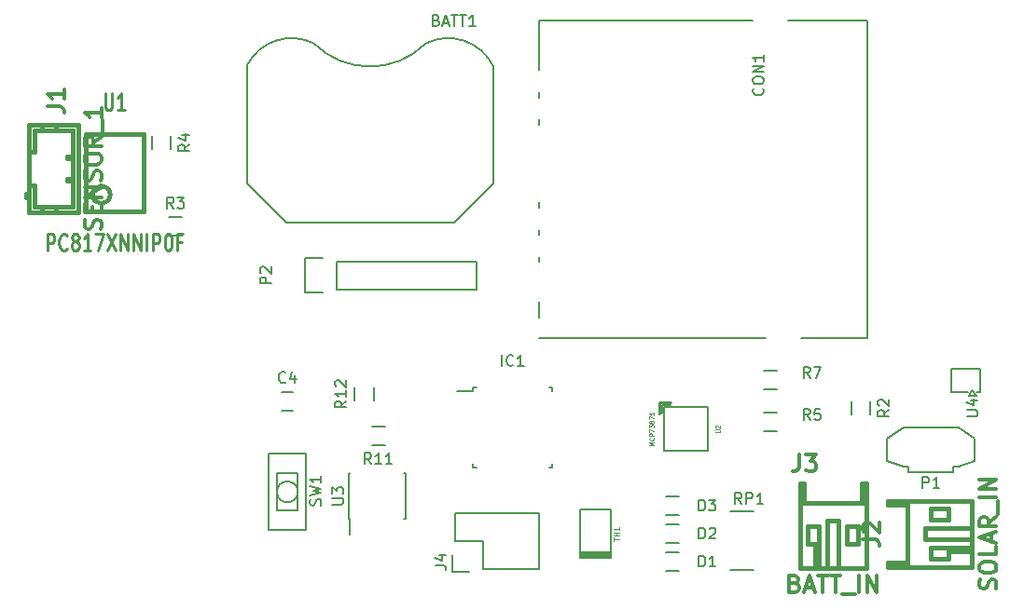
<source format=gto>
G04 #@! TF.FileFunction,Legend,Top*
%FSLAX46Y46*%
G04 Gerber Fmt 4.6, Leading zero omitted, Abs format (unit mm)*
G04 Created by KiCad (PCBNEW (2015-08-05 BZR 6055, Git fa29c62)-product) date 8/14/2015 8:31:27 AM*
%MOMM*%
G01*
G04 APERTURE LIST*
%ADD10C,0.100000*%
%ADD11C,0.150000*%
%ADD12C,0.381000*%
%ADD13C,0.127000*%
%ADD14C,0.304800*%
%ADD15C,0.119380*%
%ADD16C,0.285750*%
%ADD17C,0.287020*%
%ADD18C,0.078740*%
G04 APERTURE END LIST*
D10*
D11*
X114165000Y-90590000D02*
X113165000Y-90590000D01*
X113165000Y-92290000D02*
X114165000Y-92290000D01*
X136525000Y-63855000D02*
X136525000Y-63355000D01*
X136525000Y-66355000D02*
X136525000Y-65855000D01*
X136525000Y-73855000D02*
X136525000Y-73355000D01*
X136525000Y-76355000D02*
X136525000Y-75855000D01*
X136525000Y-78755000D02*
X136525000Y-78355000D01*
X136525000Y-83855000D02*
X136525000Y-82455000D01*
X157125000Y-85755000D02*
X136525000Y-85755000D01*
X155925000Y-56855000D02*
X136525000Y-56855000D01*
X136525000Y-56855000D02*
X136525000Y-61355000D01*
X166325000Y-56855000D02*
X166325000Y-85755000D01*
X166325000Y-85755000D02*
X160325000Y-85755000D01*
X166325000Y-56855000D02*
X159125000Y-56855000D01*
X149190000Y-106920000D02*
X147990000Y-106920000D01*
X147990000Y-105170000D02*
X149190000Y-105170000D01*
X149190000Y-104380000D02*
X147990000Y-104380000D01*
X147990000Y-102630000D02*
X149190000Y-102630000D01*
X149190000Y-101840000D02*
X147990000Y-101840000D01*
X147990000Y-100090000D02*
X149190000Y-100090000D01*
X130487000Y-90228000D02*
X130487000Y-90553000D01*
X137737000Y-90228000D02*
X137737000Y-90553000D01*
X137737000Y-97478000D02*
X137737000Y-97153000D01*
X130487000Y-97478000D02*
X130487000Y-97153000D01*
X130487000Y-90228000D02*
X130812000Y-90228000D01*
X130487000Y-97478000D02*
X130812000Y-97478000D01*
X137737000Y-97478000D02*
X137412000Y-97478000D01*
X137737000Y-90228000D02*
X137412000Y-90228000D01*
X130487000Y-90553000D02*
X129062000Y-90553000D01*
D12*
X90185240Y-74295000D02*
X90185240Y-66294000D01*
X94185740Y-66794380D02*
X94185740Y-73794620D01*
X94683580Y-74295000D02*
X94683580Y-66294000D01*
X93685360Y-71196200D02*
X94185740Y-71196200D01*
X93685360Y-71394320D02*
X93685360Y-71196200D01*
X94185740Y-71394320D02*
X93685360Y-71394320D01*
X94185740Y-69395340D02*
X93685360Y-69395340D01*
X93685360Y-69395340D02*
X93685360Y-69197220D01*
X93685360Y-69197220D02*
X94185740Y-69197220D01*
X91384120Y-66294000D02*
X91384120Y-66794380D01*
X92684600Y-66794380D02*
X92684600Y-66294000D01*
X92684600Y-73794620D02*
X92684600Y-74295000D01*
X91384120Y-73794620D02*
X91384120Y-74295000D01*
X90185240Y-71795640D02*
X90685620Y-71795640D01*
X90685620Y-71795640D02*
X90685620Y-73794620D01*
X90685620Y-73794620D02*
X94185740Y-73794620D01*
X94185740Y-66794380D02*
X90685620Y-66794380D01*
X90685620Y-66794380D02*
X90685620Y-68793360D01*
X90685620Y-68793360D02*
X90185240Y-68793360D01*
X90185240Y-74295000D02*
X94683580Y-74295000D01*
X90185240Y-66294000D02*
X94683580Y-66294000D01*
X90185240Y-72595740D02*
X89984580Y-72595740D01*
X89984580Y-72595740D02*
X89984580Y-72895460D01*
X89984580Y-72895460D02*
X90185240Y-72895460D01*
X173644560Y-104805480D02*
X175844200Y-104805480D01*
X175844200Y-104805480D02*
X175844200Y-105105200D01*
X175844200Y-105105200D02*
X173644560Y-105105200D01*
X171543980Y-103004620D02*
X175844200Y-103004620D01*
X171543980Y-104005380D02*
X175844200Y-104005380D01*
X171543980Y-103004620D02*
X171543980Y-104005380D01*
X173644560Y-102207060D02*
X172044360Y-102207060D01*
X173644560Y-101206300D02*
X173644560Y-102207060D01*
X172044360Y-101206300D02*
X173644560Y-101206300D01*
X172044360Y-102207060D02*
X172044360Y-101206300D01*
X172044360Y-105806240D02*
X172044360Y-104805480D01*
X172044360Y-104805480D02*
X173644560Y-104805480D01*
X173644560Y-104805480D02*
X173644560Y-105806240D01*
X173644560Y-105806240D02*
X172044360Y-105806240D01*
X169943780Y-100505260D02*
X169943780Y-106504740D01*
X168145460Y-100705920D02*
X169943780Y-100705920D01*
X168145460Y-106304080D02*
X169943780Y-106304080D01*
X175844200Y-106504740D02*
X175844200Y-100505260D01*
X175844200Y-100505260D02*
X168145460Y-100505260D01*
X168145460Y-100505260D02*
X168145460Y-100904040D01*
X168145460Y-100904040D02*
X169943780Y-100904040D01*
X169943780Y-106105960D02*
X168145460Y-106105960D01*
X168145460Y-106105960D02*
X168145460Y-106504740D01*
X168145460Y-106504740D02*
X175844200Y-106504740D01*
X161894520Y-104429560D02*
X161894520Y-106629200D01*
X161894520Y-106629200D02*
X161594800Y-106629200D01*
X161594800Y-106629200D02*
X161594800Y-104429560D01*
X163695380Y-102328980D02*
X163695380Y-106629200D01*
X162694620Y-102328980D02*
X162694620Y-106629200D01*
X163695380Y-102328980D02*
X162694620Y-102328980D01*
X164492940Y-104429560D02*
X164492940Y-102829360D01*
X165493700Y-104429560D02*
X164492940Y-104429560D01*
X165493700Y-102829360D02*
X165493700Y-104429560D01*
X164492940Y-102829360D02*
X165493700Y-102829360D01*
X160893760Y-102829360D02*
X161894520Y-102829360D01*
X161894520Y-102829360D02*
X161894520Y-104429560D01*
X161894520Y-104429560D02*
X160893760Y-104429560D01*
X160893760Y-104429560D02*
X160893760Y-102829360D01*
X166194740Y-100728780D02*
X160195260Y-100728780D01*
X165994080Y-98930460D02*
X165994080Y-100728780D01*
X160395920Y-98930460D02*
X160395920Y-100728780D01*
X160195260Y-106629200D02*
X166194740Y-106629200D01*
X166194740Y-106629200D02*
X166194740Y-98930460D01*
X166194740Y-98930460D02*
X165795960Y-98930460D01*
X165795960Y-98930460D02*
X165795960Y-100728780D01*
X160594040Y-100728780D02*
X160594040Y-98930460D01*
X160594040Y-98930460D02*
X160195260Y-98930460D01*
X160195260Y-98930460D02*
X160195260Y-106629200D01*
D11*
X131445000Y-106680000D02*
X136525000Y-106680000D01*
X128625000Y-106960000D02*
X128625000Y-105410000D01*
X128905000Y-104140000D02*
X131445000Y-104140000D01*
X131445000Y-104140000D02*
X131445000Y-106680000D01*
X136525000Y-106680000D02*
X136525000Y-101600000D01*
X136525000Y-101600000D02*
X131445000Y-101600000D01*
X128625000Y-106960000D02*
X130175000Y-106960000D01*
X128905000Y-101600000D02*
X128905000Y-104140000D01*
X131445000Y-101600000D02*
X128905000Y-101600000D01*
X170085000Y-97885000D02*
X174085000Y-97885000D01*
X174085000Y-97885000D02*
X174085000Y-97385000D01*
X174085000Y-97385000D02*
X174585000Y-97385000D01*
X174585000Y-97385000D02*
X176085000Y-96885000D01*
X168085000Y-96885000D02*
X169585000Y-97385000D01*
X169585000Y-97385000D02*
X170085000Y-97385000D01*
X170085000Y-97385000D02*
X170085000Y-97885000D01*
X169585000Y-93885000D02*
X174585000Y-93885000D01*
X169585000Y-93885000D02*
X168085000Y-94885000D01*
X168085000Y-96885000D02*
X168085000Y-94885000D01*
X174585000Y-93885000D02*
X176085000Y-94885000D01*
X176085000Y-94885000D02*
X176085000Y-96885000D01*
X118110000Y-78740000D02*
X130810000Y-78740000D01*
X130810000Y-78740000D02*
X130810000Y-81280000D01*
X130810000Y-81280000D02*
X118110000Y-81280000D01*
X115290000Y-78460000D02*
X116840000Y-78460000D01*
X118110000Y-78740000D02*
X118110000Y-81280000D01*
X116840000Y-81560000D02*
X115290000Y-81560000D01*
X115290000Y-81560000D02*
X115290000Y-78460000D01*
X164860000Y-92675000D02*
X164860000Y-91475000D01*
X166610000Y-91475000D02*
X166610000Y-92675000D01*
X104105000Y-76440000D02*
X102905000Y-76440000D01*
X102905000Y-74690000D02*
X104105000Y-74690000D01*
X101360000Y-68545000D02*
X101360000Y-67345000D01*
X103110000Y-67345000D02*
X103110000Y-68545000D01*
X158080000Y-94220000D02*
X156880000Y-94220000D01*
X156880000Y-92470000D02*
X158080000Y-92470000D01*
X158080000Y-90410000D02*
X156880000Y-90410000D01*
X156880000Y-88660000D02*
X158080000Y-88660000D01*
X121320000Y-93740000D02*
X122520000Y-93740000D01*
X122520000Y-95490000D02*
X121320000Y-95490000D01*
X121525000Y-90205000D02*
X121525000Y-91405000D01*
X119775000Y-91405000D02*
X119775000Y-90205000D01*
X153890000Y-101465000D02*
X155990000Y-101465000D01*
X153890000Y-106815000D02*
X155990000Y-106815000D01*
X112765000Y-99695000D02*
X112765000Y-97995000D01*
X112765000Y-97995000D02*
X114565000Y-97995000D01*
X114565000Y-97995000D02*
X114565000Y-101395000D01*
X114565000Y-101395000D02*
X112765000Y-101395000D01*
X112765000Y-101395000D02*
X112765000Y-99695000D01*
X114608398Y-99695000D02*
G75*
G03X114608398Y-99695000I-943398J0D01*
G01*
X111965000Y-103195000D02*
X111965000Y-96195000D01*
X111965000Y-96195000D02*
X115365000Y-96195000D01*
X115365000Y-96195000D02*
X115365000Y-103195000D01*
X115365000Y-103195000D02*
X111965000Y-103195000D01*
D13*
X140205460Y-105605580D02*
X143004540Y-105605580D01*
X143004540Y-105503980D02*
X140205460Y-105503980D01*
X140205460Y-105404920D02*
X143004540Y-105404920D01*
X143004540Y-105305860D02*
X140205460Y-105305860D01*
X143004540Y-105204260D02*
X140205460Y-105204260D01*
X143004540Y-105704640D02*
X143004540Y-101305360D01*
X143004540Y-101305360D02*
X140205460Y-101305360D01*
X140205460Y-101305360D02*
X140205460Y-105704640D01*
X140205460Y-105704640D02*
X143004540Y-105704640D01*
D12*
X100580500Y-67175500D02*
X95380500Y-67175500D01*
X95380500Y-67175500D02*
X95380500Y-74175500D01*
X95380500Y-74175500D02*
X100580500Y-74175500D01*
X100580500Y-74175500D02*
X100580500Y-67175500D01*
X97580500Y-72675500D02*
G75*
G03X97580500Y-72675500I-800000J0D01*
G01*
D13*
X148460000Y-91680000D02*
X147560000Y-91680000D01*
X147560000Y-91680000D02*
X147560000Y-92580000D01*
X147660000Y-92480000D02*
X147460000Y-92680000D01*
X147460000Y-92680000D02*
X147460000Y-91580000D01*
X147460000Y-91580000D02*
X148560000Y-91580000D01*
X148560000Y-91580000D02*
X148360000Y-91780000D01*
X148360000Y-91780000D02*
X147660000Y-91780000D01*
X147660000Y-91780000D02*
X147660000Y-92480000D01*
X147861020Y-92379800D02*
X147861020Y-92280740D01*
X148160740Y-91981020D02*
X148059140Y-91981020D01*
X148358860Y-91981020D02*
X148160740Y-91981020D01*
X148460460Y-91981020D02*
X148259800Y-91981020D01*
X147861020Y-91981020D02*
X151858980Y-91981020D01*
X151858980Y-91981020D02*
X151858980Y-95978980D01*
X151858980Y-95978980D02*
X147861020Y-95978980D01*
X147861020Y-95978980D02*
X147861020Y-91981020D01*
D11*
X119218000Y-102151000D02*
X119363000Y-102151000D01*
X119218000Y-98001000D02*
X119363000Y-98001000D01*
X124368000Y-98001000D02*
X124223000Y-98001000D01*
X124368000Y-102151000D02*
X124223000Y-102151000D01*
X119218000Y-102151000D02*
X119218000Y-98001000D01*
X124368000Y-102151000D02*
X124368000Y-98001000D01*
X119363000Y-102151000D02*
X119363000Y-103551000D01*
X173960000Y-88535000D02*
X176560000Y-88535000D01*
X173960000Y-90585000D02*
X175460000Y-90585000D01*
X173960000Y-90585000D02*
X173960000Y-88535000D01*
X176560000Y-88535000D02*
X176560000Y-90585000D01*
X176560000Y-90585000D02*
X176210000Y-90585000D01*
X175810000Y-90435000D02*
X175510000Y-90985000D01*
X175510000Y-90985000D02*
X176210000Y-90985000D01*
X176210000Y-90985000D02*
X175810000Y-90435000D01*
X116078000Y-58928000D02*
G75*
G03X126238000Y-58928000I5080000J5080000D01*
G01*
X132334000Y-60960000D02*
G75*
G03X126238000Y-58928000I-4064000J-2032000D01*
G01*
X116078000Y-58928000D02*
G75*
G03X109982000Y-60960000I-2032000J-4064000D01*
G01*
X128778000Y-75184000D02*
X132334000Y-71628000D01*
X132334000Y-71628000D02*
X132334000Y-60960000D01*
X128778000Y-75184000D02*
X113538000Y-75184000D01*
X113538000Y-75184000D02*
X109982000Y-71628000D01*
X109982000Y-71628000D02*
X109982000Y-60960000D01*
X113498334Y-89697143D02*
X113450715Y-89744762D01*
X113307858Y-89792381D01*
X113212620Y-89792381D01*
X113069762Y-89744762D01*
X112974524Y-89649524D01*
X112926905Y-89554286D01*
X112879286Y-89363810D01*
X112879286Y-89220952D01*
X112926905Y-89030476D01*
X112974524Y-88935238D01*
X113069762Y-88840000D01*
X113212620Y-88792381D01*
X113307858Y-88792381D01*
X113450715Y-88840000D01*
X113498334Y-88887619D01*
X114355477Y-89125714D02*
X114355477Y-89792381D01*
X114117381Y-88744762D02*
X113879286Y-89459048D01*
X114498334Y-89459048D01*
X156813343Y-63005425D02*
X156860962Y-63053044D01*
X156908581Y-63195901D01*
X156908581Y-63291139D01*
X156860962Y-63433997D01*
X156765724Y-63529235D01*
X156670486Y-63576854D01*
X156480010Y-63624473D01*
X156337152Y-63624473D01*
X156146676Y-63576854D01*
X156051438Y-63529235D01*
X155956200Y-63433997D01*
X155908581Y-63291139D01*
X155908581Y-63195901D01*
X155956200Y-63053044D01*
X156003819Y-63005425D01*
X155908581Y-62386378D02*
X155908581Y-62195901D01*
X155956200Y-62100663D01*
X156051438Y-62005425D01*
X156241914Y-61957806D01*
X156575248Y-61957806D01*
X156765724Y-62005425D01*
X156860962Y-62100663D01*
X156908581Y-62195901D01*
X156908581Y-62386378D01*
X156860962Y-62481616D01*
X156765724Y-62576854D01*
X156575248Y-62624473D01*
X156241914Y-62624473D01*
X156051438Y-62576854D01*
X155956200Y-62481616D01*
X155908581Y-62386378D01*
X156908581Y-61529235D02*
X155908581Y-61529235D01*
X156908581Y-60957806D01*
X155908581Y-60957806D01*
X156908581Y-59957806D02*
X156908581Y-60529235D01*
X156908581Y-60243521D02*
X155908581Y-60243521D01*
X156051438Y-60338759D01*
X156146676Y-60433997D01*
X156194295Y-60529235D01*
X151026905Y-106497381D02*
X151026905Y-105497381D01*
X151265000Y-105497381D01*
X151407858Y-105545000D01*
X151503096Y-105640238D01*
X151550715Y-105735476D01*
X151598334Y-105925952D01*
X151598334Y-106068810D01*
X151550715Y-106259286D01*
X151503096Y-106354524D01*
X151407858Y-106449762D01*
X151265000Y-106497381D01*
X151026905Y-106497381D01*
X152550715Y-106497381D02*
X151979286Y-106497381D01*
X152265000Y-106497381D02*
X152265000Y-105497381D01*
X152169762Y-105640238D01*
X152074524Y-105735476D01*
X151979286Y-105783095D01*
X151026905Y-103957381D02*
X151026905Y-102957381D01*
X151265000Y-102957381D01*
X151407858Y-103005000D01*
X151503096Y-103100238D01*
X151550715Y-103195476D01*
X151598334Y-103385952D01*
X151598334Y-103528810D01*
X151550715Y-103719286D01*
X151503096Y-103814524D01*
X151407858Y-103909762D01*
X151265000Y-103957381D01*
X151026905Y-103957381D01*
X151979286Y-103052619D02*
X152026905Y-103005000D01*
X152122143Y-102957381D01*
X152360239Y-102957381D01*
X152455477Y-103005000D01*
X152503096Y-103052619D01*
X152550715Y-103147857D01*
X152550715Y-103243095D01*
X152503096Y-103385952D01*
X151931667Y-103957381D01*
X152550715Y-103957381D01*
X151026905Y-101417381D02*
X151026905Y-100417381D01*
X151265000Y-100417381D01*
X151407858Y-100465000D01*
X151503096Y-100560238D01*
X151550715Y-100655476D01*
X151598334Y-100845952D01*
X151598334Y-100988810D01*
X151550715Y-101179286D01*
X151503096Y-101274524D01*
X151407858Y-101369762D01*
X151265000Y-101417381D01*
X151026905Y-101417381D01*
X151931667Y-100417381D02*
X152550715Y-100417381D01*
X152217381Y-100798333D01*
X152360239Y-100798333D01*
X152455477Y-100845952D01*
X152503096Y-100893571D01*
X152550715Y-100988810D01*
X152550715Y-101226905D01*
X152503096Y-101322143D01*
X152455477Y-101369762D01*
X152360239Y-101417381D01*
X152074524Y-101417381D01*
X151979286Y-101369762D01*
X151931667Y-101322143D01*
X133135810Y-88255381D02*
X133135810Y-87255381D01*
X134183429Y-88160143D02*
X134135810Y-88207762D01*
X133992953Y-88255381D01*
X133897715Y-88255381D01*
X133754857Y-88207762D01*
X133659619Y-88112524D01*
X133612000Y-88017286D01*
X133564381Y-87826810D01*
X133564381Y-87683952D01*
X133612000Y-87493476D01*
X133659619Y-87398238D01*
X133754857Y-87303000D01*
X133897715Y-87255381D01*
X133992953Y-87255381D01*
X134135810Y-87303000D01*
X134183429Y-87350619D01*
X135135810Y-88255381D02*
X134564381Y-88255381D01*
X134850095Y-88255381D02*
X134850095Y-87255381D01*
X134754857Y-87398238D01*
X134659619Y-87493476D01*
X134564381Y-87541095D01*
D14*
X91875429Y-64643000D02*
X92964000Y-64643000D01*
X93181714Y-64715572D01*
X93326857Y-64860715D01*
X93399429Y-65078429D01*
X93399429Y-65223572D01*
X93399429Y-63119000D02*
X93399429Y-63989857D01*
X93399429Y-63554429D02*
X91875429Y-63554429D01*
X92093143Y-63699572D01*
X92238286Y-63844714D01*
X92310857Y-63989857D01*
X96702517Y-75809928D02*
X96775089Y-75592214D01*
X96775089Y-75229357D01*
X96702517Y-75084214D01*
X96629946Y-75011643D01*
X96484803Y-74939071D01*
X96339660Y-74939071D01*
X96194517Y-75011643D01*
X96121946Y-75084214D01*
X96049374Y-75229357D01*
X95976803Y-75519643D01*
X95904231Y-75664785D01*
X95831660Y-75737357D01*
X95686517Y-75809928D01*
X95541374Y-75809928D01*
X95396231Y-75737357D01*
X95323660Y-75664785D01*
X95251089Y-75519643D01*
X95251089Y-75156785D01*
X95323660Y-74939071D01*
X95976803Y-74285928D02*
X95976803Y-73777928D01*
X96775089Y-73560214D02*
X96775089Y-74285928D01*
X95251089Y-74285928D01*
X95251089Y-73560214D01*
X96775089Y-72907071D02*
X95251089Y-72907071D01*
X96775089Y-72036214D01*
X95251089Y-72036214D01*
X96702517Y-71383071D02*
X96775089Y-71165357D01*
X96775089Y-70802500D01*
X96702517Y-70657357D01*
X96629946Y-70584786D01*
X96484803Y-70512214D01*
X96339660Y-70512214D01*
X96194517Y-70584786D01*
X96121946Y-70657357D01*
X96049374Y-70802500D01*
X95976803Y-71092786D01*
X95904231Y-71237928D01*
X95831660Y-71310500D01*
X95686517Y-71383071D01*
X95541374Y-71383071D01*
X95396231Y-71310500D01*
X95323660Y-71237928D01*
X95251089Y-71092786D01*
X95251089Y-70729928D01*
X95323660Y-70512214D01*
X95251089Y-69568785D02*
X95251089Y-69278499D01*
X95323660Y-69133357D01*
X95468803Y-68988214D01*
X95759089Y-68915642D01*
X96267089Y-68915642D01*
X96557374Y-68988214D01*
X96702517Y-69133357D01*
X96775089Y-69278499D01*
X96775089Y-69568785D01*
X96702517Y-69713928D01*
X96557374Y-69859071D01*
X96267089Y-69931642D01*
X95759089Y-69931642D01*
X95468803Y-69859071D01*
X95323660Y-69713928D01*
X95251089Y-69568785D01*
X96775089Y-67391643D02*
X96049374Y-67899643D01*
X96775089Y-68262500D02*
X95251089Y-68262500D01*
X95251089Y-67681928D01*
X95323660Y-67536786D01*
X95396231Y-67464214D01*
X95541374Y-67391643D01*
X95759089Y-67391643D01*
X95904231Y-67464214D01*
X95976803Y-67536786D01*
X96049374Y-67681928D01*
X96049374Y-68262500D01*
X96920231Y-67101357D02*
X96920231Y-65940214D01*
X96775089Y-64779071D02*
X96775089Y-65649928D01*
X96775089Y-65214500D02*
X95251089Y-65214500D01*
X95468803Y-65359643D01*
X95613946Y-65504785D01*
X95686517Y-65649928D01*
X165911349Y-104013000D02*
X166999920Y-104013000D01*
X167217634Y-104085572D01*
X167362777Y-104230715D01*
X167435349Y-104448429D01*
X167435349Y-104593572D01*
X166056491Y-103359857D02*
X165983920Y-103287286D01*
X165911349Y-103142143D01*
X165911349Y-102779286D01*
X165983920Y-102634143D01*
X166056491Y-102561572D01*
X166201634Y-102489000D01*
X166346777Y-102489000D01*
X166564491Y-102561572D01*
X167435349Y-103432429D01*
X167435349Y-102489000D01*
X177962197Y-108512428D02*
X178034769Y-108294714D01*
X178034769Y-107931857D01*
X177962197Y-107786714D01*
X177889626Y-107714143D01*
X177744483Y-107641571D01*
X177599340Y-107641571D01*
X177454197Y-107714143D01*
X177381626Y-107786714D01*
X177309054Y-107931857D01*
X177236483Y-108222143D01*
X177163911Y-108367285D01*
X177091340Y-108439857D01*
X176946197Y-108512428D01*
X176801054Y-108512428D01*
X176655911Y-108439857D01*
X176583340Y-108367285D01*
X176510769Y-108222143D01*
X176510769Y-107859285D01*
X176583340Y-107641571D01*
X176510769Y-106698142D02*
X176510769Y-106407856D01*
X176583340Y-106262714D01*
X176728483Y-106117571D01*
X177018769Y-106044999D01*
X177526769Y-106044999D01*
X177817054Y-106117571D01*
X177962197Y-106262714D01*
X178034769Y-106407856D01*
X178034769Y-106698142D01*
X177962197Y-106843285D01*
X177817054Y-106988428D01*
X177526769Y-107060999D01*
X177018769Y-107060999D01*
X176728483Y-106988428D01*
X176583340Y-106843285D01*
X176510769Y-106698142D01*
X178034769Y-104666143D02*
X178034769Y-105391857D01*
X176510769Y-105391857D01*
X177599340Y-104230714D02*
X177599340Y-103505000D01*
X178034769Y-104375857D02*
X176510769Y-103867857D01*
X178034769Y-103359857D01*
X178034769Y-101981000D02*
X177309054Y-102489000D01*
X178034769Y-102851857D02*
X176510769Y-102851857D01*
X176510769Y-102271285D01*
X176583340Y-102126143D01*
X176655911Y-102053571D01*
X176801054Y-101981000D01*
X177018769Y-101981000D01*
X177163911Y-102053571D01*
X177236483Y-102126143D01*
X177309054Y-102271285D01*
X177309054Y-102851857D01*
X178179911Y-101690714D02*
X178179911Y-100529571D01*
X178034769Y-100166714D02*
X176510769Y-100166714D01*
X178034769Y-99441000D02*
X176510769Y-99441000D01*
X178034769Y-98570143D01*
X176510769Y-98570143D01*
X160147000Y-96320429D02*
X160147000Y-97409000D01*
X160074428Y-97626714D01*
X159929285Y-97771857D01*
X159711571Y-97844429D01*
X159566428Y-97844429D01*
X160727571Y-96320429D02*
X161671000Y-96320429D01*
X161163000Y-96901000D01*
X161380714Y-96901000D01*
X161525857Y-96973571D01*
X161598428Y-97046143D01*
X161671000Y-97191286D01*
X161671000Y-97554143D01*
X161598428Y-97699286D01*
X161525857Y-97771857D01*
X161380714Y-97844429D01*
X160945286Y-97844429D01*
X160800143Y-97771857D01*
X160727571Y-97699286D01*
X159747857Y-108021483D02*
X159965571Y-108094054D01*
X160038143Y-108166626D01*
X160110714Y-108311769D01*
X160110714Y-108529483D01*
X160038143Y-108674626D01*
X159965571Y-108747197D01*
X159820429Y-108819769D01*
X159239857Y-108819769D01*
X159239857Y-107295769D01*
X159747857Y-107295769D01*
X159893000Y-107368340D01*
X159965571Y-107440911D01*
X160038143Y-107586054D01*
X160038143Y-107731197D01*
X159965571Y-107876340D01*
X159893000Y-107948911D01*
X159747857Y-108021483D01*
X159239857Y-108021483D01*
X160691286Y-108384340D02*
X161417000Y-108384340D01*
X160546143Y-108819769D02*
X161054143Y-107295769D01*
X161562143Y-108819769D01*
X161852429Y-107295769D02*
X162723286Y-107295769D01*
X162287857Y-108819769D02*
X162287857Y-107295769D01*
X163013572Y-107295769D02*
X163884429Y-107295769D01*
X163449000Y-108819769D02*
X163449000Y-107295769D01*
X164029572Y-108964911D02*
X165190715Y-108964911D01*
X165553572Y-108819769D02*
X165553572Y-107295769D01*
X166279286Y-108819769D02*
X166279286Y-107295769D01*
X167150143Y-108819769D01*
X167150143Y-107295769D01*
D11*
X127087381Y-106378333D02*
X127801667Y-106378333D01*
X127944524Y-106425953D01*
X128039762Y-106521191D01*
X128087381Y-106664048D01*
X128087381Y-106759286D01*
X127420714Y-105473571D02*
X128087381Y-105473571D01*
X127039762Y-105711667D02*
X127754048Y-105949762D01*
X127754048Y-105330714D01*
X171346905Y-99337381D02*
X171346905Y-98337381D01*
X171727858Y-98337381D01*
X171823096Y-98385000D01*
X171870715Y-98432619D01*
X171918334Y-98527857D01*
X171918334Y-98670714D01*
X171870715Y-98765952D01*
X171823096Y-98813571D01*
X171727858Y-98861190D01*
X171346905Y-98861190D01*
X172870715Y-99337381D02*
X172299286Y-99337381D01*
X172585000Y-99337381D02*
X172585000Y-98337381D01*
X172489762Y-98480238D01*
X172394524Y-98575476D01*
X172299286Y-98623095D01*
X112192381Y-80748095D02*
X111192381Y-80748095D01*
X111192381Y-80367142D01*
X111240000Y-80271904D01*
X111287619Y-80224285D01*
X111382857Y-80176666D01*
X111525714Y-80176666D01*
X111620952Y-80224285D01*
X111668571Y-80271904D01*
X111716190Y-80367142D01*
X111716190Y-80748095D01*
X111287619Y-79795714D02*
X111240000Y-79748095D01*
X111192381Y-79652857D01*
X111192381Y-79414761D01*
X111240000Y-79319523D01*
X111287619Y-79271904D01*
X111382857Y-79224285D01*
X111478095Y-79224285D01*
X111620952Y-79271904D01*
X112192381Y-79843333D01*
X112192381Y-79224285D01*
X168287381Y-92241666D02*
X167811190Y-92575000D01*
X168287381Y-92813095D02*
X167287381Y-92813095D01*
X167287381Y-92432142D01*
X167335000Y-92336904D01*
X167382619Y-92289285D01*
X167477857Y-92241666D01*
X167620714Y-92241666D01*
X167715952Y-92289285D01*
X167763571Y-92336904D01*
X167811190Y-92432142D01*
X167811190Y-92813095D01*
X167382619Y-91860714D02*
X167335000Y-91813095D01*
X167287381Y-91717857D01*
X167287381Y-91479761D01*
X167335000Y-91384523D01*
X167382619Y-91336904D01*
X167477857Y-91289285D01*
X167573095Y-91289285D01*
X167715952Y-91336904D01*
X168287381Y-91908333D01*
X168287381Y-91289285D01*
X103338334Y-73917381D02*
X103005000Y-73441190D01*
X102766905Y-73917381D02*
X102766905Y-72917381D01*
X103147858Y-72917381D01*
X103243096Y-72965000D01*
X103290715Y-73012619D01*
X103338334Y-73107857D01*
X103338334Y-73250714D01*
X103290715Y-73345952D01*
X103243096Y-73393571D01*
X103147858Y-73441190D01*
X102766905Y-73441190D01*
X103671667Y-72917381D02*
X104290715Y-72917381D01*
X103957381Y-73298333D01*
X104100239Y-73298333D01*
X104195477Y-73345952D01*
X104243096Y-73393571D01*
X104290715Y-73488810D01*
X104290715Y-73726905D01*
X104243096Y-73822143D01*
X104195477Y-73869762D01*
X104100239Y-73917381D01*
X103814524Y-73917381D01*
X103719286Y-73869762D01*
X103671667Y-73822143D01*
X104787381Y-68111666D02*
X104311190Y-68445000D01*
X104787381Y-68683095D02*
X103787381Y-68683095D01*
X103787381Y-68302142D01*
X103835000Y-68206904D01*
X103882619Y-68159285D01*
X103977857Y-68111666D01*
X104120714Y-68111666D01*
X104215952Y-68159285D01*
X104263571Y-68206904D01*
X104311190Y-68302142D01*
X104311190Y-68683095D01*
X104120714Y-67254523D02*
X104787381Y-67254523D01*
X103739762Y-67492619D02*
X104454048Y-67730714D01*
X104454048Y-67111666D01*
X161123334Y-93162381D02*
X160790000Y-92686190D01*
X160551905Y-93162381D02*
X160551905Y-92162381D01*
X160932858Y-92162381D01*
X161028096Y-92210000D01*
X161075715Y-92257619D01*
X161123334Y-92352857D01*
X161123334Y-92495714D01*
X161075715Y-92590952D01*
X161028096Y-92638571D01*
X160932858Y-92686190D01*
X160551905Y-92686190D01*
X162028096Y-92162381D02*
X161551905Y-92162381D01*
X161504286Y-92638571D01*
X161551905Y-92590952D01*
X161647143Y-92543333D01*
X161885239Y-92543333D01*
X161980477Y-92590952D01*
X162028096Y-92638571D01*
X162075715Y-92733810D01*
X162075715Y-92971905D01*
X162028096Y-93067143D01*
X161980477Y-93114762D01*
X161885239Y-93162381D01*
X161647143Y-93162381D01*
X161551905Y-93114762D01*
X161504286Y-93067143D01*
X161123334Y-89352381D02*
X160790000Y-88876190D01*
X160551905Y-89352381D02*
X160551905Y-88352381D01*
X160932858Y-88352381D01*
X161028096Y-88400000D01*
X161075715Y-88447619D01*
X161123334Y-88542857D01*
X161123334Y-88685714D01*
X161075715Y-88780952D01*
X161028096Y-88828571D01*
X160932858Y-88876190D01*
X160551905Y-88876190D01*
X161456667Y-88352381D02*
X162123334Y-88352381D01*
X161694762Y-89352381D01*
X121277143Y-97167381D02*
X120943809Y-96691190D01*
X120705714Y-97167381D02*
X120705714Y-96167381D01*
X121086667Y-96167381D01*
X121181905Y-96215000D01*
X121229524Y-96262619D01*
X121277143Y-96357857D01*
X121277143Y-96500714D01*
X121229524Y-96595952D01*
X121181905Y-96643571D01*
X121086667Y-96691190D01*
X120705714Y-96691190D01*
X122229524Y-97167381D02*
X121658095Y-97167381D01*
X121943809Y-97167381D02*
X121943809Y-96167381D01*
X121848571Y-96310238D01*
X121753333Y-96405476D01*
X121658095Y-96453095D01*
X123181905Y-97167381D02*
X122610476Y-97167381D01*
X122896190Y-97167381D02*
X122896190Y-96167381D01*
X122800952Y-96310238D01*
X122705714Y-96405476D01*
X122610476Y-96453095D01*
X119002381Y-91447857D02*
X118526190Y-91781191D01*
X119002381Y-92019286D02*
X118002381Y-92019286D01*
X118002381Y-91638333D01*
X118050000Y-91543095D01*
X118097619Y-91495476D01*
X118192857Y-91447857D01*
X118335714Y-91447857D01*
X118430952Y-91495476D01*
X118478571Y-91543095D01*
X118526190Y-91638333D01*
X118526190Y-92019286D01*
X119002381Y-90495476D02*
X119002381Y-91066905D01*
X119002381Y-90781191D02*
X118002381Y-90781191D01*
X118145238Y-90876429D01*
X118240476Y-90971667D01*
X118288095Y-91066905D01*
X118097619Y-90114524D02*
X118050000Y-90066905D01*
X118002381Y-89971667D01*
X118002381Y-89733571D01*
X118050000Y-89638333D01*
X118097619Y-89590714D01*
X118192857Y-89543095D01*
X118288095Y-89543095D01*
X118430952Y-89590714D01*
X119002381Y-90162143D01*
X119002381Y-89543095D01*
X154908334Y-100782381D02*
X154575000Y-100306190D01*
X154336905Y-100782381D02*
X154336905Y-99782381D01*
X154717858Y-99782381D01*
X154813096Y-99830000D01*
X154860715Y-99877619D01*
X154908334Y-99972857D01*
X154908334Y-100115714D01*
X154860715Y-100210952D01*
X154813096Y-100258571D01*
X154717858Y-100306190D01*
X154336905Y-100306190D01*
X155336905Y-100782381D02*
X155336905Y-99782381D01*
X155717858Y-99782381D01*
X155813096Y-99830000D01*
X155860715Y-99877619D01*
X155908334Y-99972857D01*
X155908334Y-100115714D01*
X155860715Y-100210952D01*
X155813096Y-100258571D01*
X155717858Y-100306190D01*
X155336905Y-100306190D01*
X156860715Y-100782381D02*
X156289286Y-100782381D01*
X156575000Y-100782381D02*
X156575000Y-99782381D01*
X156479762Y-99925238D01*
X156384524Y-100020476D01*
X156289286Y-100068095D01*
X116669762Y-100928333D02*
X116717381Y-100785476D01*
X116717381Y-100547380D01*
X116669762Y-100452142D01*
X116622143Y-100404523D01*
X116526905Y-100356904D01*
X116431667Y-100356904D01*
X116336429Y-100404523D01*
X116288810Y-100452142D01*
X116241190Y-100547380D01*
X116193571Y-100737857D01*
X116145952Y-100833095D01*
X116098333Y-100880714D01*
X116003095Y-100928333D01*
X115907857Y-100928333D01*
X115812619Y-100880714D01*
X115765000Y-100833095D01*
X115717381Y-100737857D01*
X115717381Y-100499761D01*
X115765000Y-100356904D01*
X115717381Y-100023571D02*
X116717381Y-99785476D01*
X116003095Y-99594999D01*
X116717381Y-99404523D01*
X115717381Y-99166428D01*
X116717381Y-98261666D02*
X116717381Y-98833095D01*
X116717381Y-98547381D02*
X115717381Y-98547381D01*
X115860238Y-98642619D01*
X115955476Y-98737857D01*
X116003095Y-98833095D01*
D15*
X143299482Y-104148346D02*
X143299482Y-103862414D01*
X143799862Y-104005380D02*
X143299482Y-104005380D01*
X143799862Y-103695621D02*
X143299482Y-103695621D01*
X143537759Y-103695621D02*
X143537759Y-103409689D01*
X143799862Y-103409689D02*
X143299482Y-103409689D01*
X143799862Y-102909309D02*
X143799862Y-103195241D01*
X143799862Y-103052275D02*
X143299482Y-103052275D01*
X143370965Y-103099930D01*
X143418620Y-103147585D01*
X143442448Y-103195241D01*
D16*
X97109643Y-63440129D02*
X97109643Y-64673843D01*
X97164071Y-64818986D01*
X97218500Y-64891557D01*
X97327357Y-64964129D01*
X97545071Y-64964129D01*
X97653929Y-64891557D01*
X97708357Y-64818986D01*
X97762786Y-64673843D01*
X97762786Y-63440129D01*
X98905786Y-64964129D02*
X98252643Y-64964129D01*
X98579215Y-64964129D02*
X98579215Y-63440129D01*
X98470358Y-63657843D01*
X98361500Y-63802986D01*
X98252643Y-63875557D01*
D17*
D16*
X91857287Y-77765729D02*
X91857287Y-76241729D01*
X92292715Y-76241729D01*
X92401573Y-76314300D01*
X92456001Y-76386871D01*
X92510430Y-76532014D01*
X92510430Y-76749729D01*
X92456001Y-76894871D01*
X92401573Y-76967443D01*
X92292715Y-77040014D01*
X91857287Y-77040014D01*
X93653430Y-77620586D02*
X93599001Y-77693157D01*
X93435715Y-77765729D01*
X93326858Y-77765729D01*
X93163573Y-77693157D01*
X93054715Y-77548014D01*
X93000287Y-77402871D01*
X92945858Y-77112586D01*
X92945858Y-76894871D01*
X93000287Y-76604586D01*
X93054715Y-76459443D01*
X93163573Y-76314300D01*
X93326858Y-76241729D01*
X93435715Y-76241729D01*
X93599001Y-76314300D01*
X93653430Y-76386871D01*
X94306573Y-76894871D02*
X94197715Y-76822300D01*
X94143287Y-76749729D01*
X94088858Y-76604586D01*
X94088858Y-76532014D01*
X94143287Y-76386871D01*
X94197715Y-76314300D01*
X94306573Y-76241729D01*
X94524287Y-76241729D01*
X94633144Y-76314300D01*
X94687573Y-76386871D01*
X94742001Y-76532014D01*
X94742001Y-76604586D01*
X94687573Y-76749729D01*
X94633144Y-76822300D01*
X94524287Y-76894871D01*
X94306573Y-76894871D01*
X94197715Y-76967443D01*
X94143287Y-77040014D01*
X94088858Y-77185157D01*
X94088858Y-77475443D01*
X94143287Y-77620586D01*
X94197715Y-77693157D01*
X94306573Y-77765729D01*
X94524287Y-77765729D01*
X94633144Y-77693157D01*
X94687573Y-77620586D01*
X94742001Y-77475443D01*
X94742001Y-77185157D01*
X94687573Y-77040014D01*
X94633144Y-76967443D01*
X94524287Y-76894871D01*
X95830572Y-77765729D02*
X95177429Y-77765729D01*
X95504001Y-77765729D02*
X95504001Y-76241729D01*
X95395144Y-76459443D01*
X95286286Y-76604586D01*
X95177429Y-76677157D01*
X96211572Y-76241729D02*
X96973572Y-76241729D01*
X96483715Y-77765729D01*
X97300143Y-76241729D02*
X98062143Y-77765729D01*
X98062143Y-76241729D02*
X97300143Y-77765729D01*
X98497571Y-77765729D02*
X98497571Y-76241729D01*
X99150714Y-77765729D01*
X99150714Y-76241729D01*
X99695000Y-77765729D02*
X99695000Y-76241729D01*
X100348143Y-77765729D01*
X100348143Y-76241729D01*
X100892429Y-77765729D02*
X100892429Y-76241729D01*
X101436715Y-77765729D02*
X101436715Y-76241729D01*
X101872143Y-76241729D01*
X101981001Y-76314300D01*
X102035429Y-76386871D01*
X102089858Y-76532014D01*
X102089858Y-76749729D01*
X102035429Y-76894871D01*
X101981001Y-76967443D01*
X101872143Y-77040014D01*
X101436715Y-77040014D01*
X102797429Y-76241729D02*
X102906286Y-76241729D01*
X103015143Y-76314300D01*
X103069572Y-76386871D01*
X103124001Y-76532014D01*
X103178429Y-76822300D01*
X103178429Y-77185157D01*
X103124001Y-77475443D01*
X103069572Y-77620586D01*
X103015143Y-77693157D01*
X102906286Y-77765729D01*
X102797429Y-77765729D01*
X102688572Y-77693157D01*
X102634143Y-77620586D01*
X102579715Y-77475443D01*
X102525286Y-77185157D01*
X102525286Y-76822300D01*
X102579715Y-76532014D01*
X102634143Y-76386871D01*
X102688572Y-76314300D01*
X102797429Y-76241729D01*
X104049286Y-76967443D02*
X103668286Y-76967443D01*
X103668286Y-77765729D02*
X103668286Y-76241729D01*
X104212572Y-76241729D01*
D17*
D18*
X152542300Y-94283832D02*
X152865122Y-94283832D01*
X152903101Y-94264843D01*
X152922091Y-94245853D01*
X152941080Y-94207874D01*
X152941080Y-94131916D01*
X152922091Y-94093937D01*
X152903101Y-94074948D01*
X152865122Y-94055958D01*
X152542300Y-94055958D01*
X152580280Y-93885052D02*
X152561290Y-93866062D01*
X152542300Y-93828083D01*
X152542300Y-93733136D01*
X152561290Y-93695157D01*
X152580280Y-93676167D01*
X152618259Y-93657178D01*
X152656238Y-93657178D01*
X152713206Y-93676167D01*
X152941080Y-93904041D01*
X152941080Y-93657178D01*
X146941600Y-95461181D02*
X146542820Y-95461181D01*
X146827663Y-95328255D01*
X146542820Y-95195328D01*
X146941600Y-95195328D01*
X146903621Y-94777558D02*
X146922611Y-94796548D01*
X146941600Y-94853516D01*
X146941600Y-94891495D01*
X146922611Y-94948464D01*
X146884632Y-94986443D01*
X146846653Y-95005432D01*
X146770695Y-95024422D01*
X146713726Y-95024422D01*
X146637768Y-95005432D01*
X146599789Y-94986443D01*
X146561810Y-94948464D01*
X146542820Y-94891495D01*
X146542820Y-94853516D01*
X146561810Y-94796548D01*
X146580800Y-94777558D01*
X146941600Y-94606652D02*
X146542820Y-94606652D01*
X146542820Y-94454736D01*
X146561810Y-94416757D01*
X146580800Y-94397768D01*
X146618779Y-94378778D01*
X146675747Y-94378778D01*
X146713726Y-94397768D01*
X146732716Y-94416757D01*
X146751705Y-94454736D01*
X146751705Y-94606652D01*
X146542820Y-94245851D02*
X146542820Y-93979998D01*
X146941600Y-94150904D01*
X146542820Y-93866061D02*
X146542820Y-93619198D01*
X146694737Y-93752124D01*
X146694737Y-93695156D01*
X146713726Y-93657177D01*
X146732716Y-93638187D01*
X146770695Y-93619198D01*
X146865642Y-93619198D01*
X146903621Y-93638187D01*
X146922611Y-93657177D01*
X146941600Y-93695156D01*
X146941600Y-93809093D01*
X146922611Y-93847072D01*
X146903621Y-93866061D01*
X146713726Y-93391324D02*
X146694737Y-93429303D01*
X146675747Y-93448292D01*
X146637768Y-93467282D01*
X146618779Y-93467282D01*
X146580800Y-93448292D01*
X146561810Y-93429303D01*
X146542820Y-93391324D01*
X146542820Y-93315366D01*
X146561810Y-93277387D01*
X146580800Y-93258397D01*
X146618779Y-93239408D01*
X146637768Y-93239408D01*
X146675747Y-93258397D01*
X146694737Y-93277387D01*
X146713726Y-93315366D01*
X146713726Y-93391324D01*
X146732716Y-93429303D01*
X146751705Y-93448292D01*
X146789684Y-93467282D01*
X146865642Y-93467282D01*
X146903621Y-93448292D01*
X146922611Y-93429303D01*
X146941600Y-93391324D01*
X146941600Y-93315366D01*
X146922611Y-93277387D01*
X146903621Y-93258397D01*
X146865642Y-93239408D01*
X146789684Y-93239408D01*
X146751705Y-93258397D01*
X146732716Y-93277387D01*
X146713726Y-93315366D01*
X146542820Y-93106481D02*
X146542820Y-92840628D01*
X146941600Y-93011534D01*
X146941600Y-92479828D02*
X146941600Y-92707702D01*
X146941600Y-92593765D02*
X146542820Y-92593765D01*
X146599789Y-92631744D01*
X146637768Y-92669723D01*
X146656758Y-92707702D01*
D11*
X117745381Y-100837905D02*
X118554905Y-100837905D01*
X118650143Y-100790286D01*
X118697762Y-100742667D01*
X118745381Y-100647429D01*
X118745381Y-100456952D01*
X118697762Y-100361714D01*
X118650143Y-100314095D01*
X118554905Y-100266476D01*
X117745381Y-100266476D01*
X117745381Y-99885524D02*
X117745381Y-99266476D01*
X118126333Y-99599810D01*
X118126333Y-99456952D01*
X118173952Y-99361714D01*
X118221571Y-99314095D01*
X118316810Y-99266476D01*
X118554905Y-99266476D01*
X118650143Y-99314095D01*
X118697762Y-99361714D01*
X118745381Y-99456952D01*
X118745381Y-99742667D01*
X118697762Y-99837905D01*
X118650143Y-99885524D01*
X175347381Y-92836905D02*
X176156905Y-92836905D01*
X176252143Y-92789286D01*
X176299762Y-92741667D01*
X176347381Y-92646429D01*
X176347381Y-92455952D01*
X176299762Y-92360714D01*
X176252143Y-92313095D01*
X176156905Y-92265476D01*
X175347381Y-92265476D01*
X175680714Y-91360714D02*
X176347381Y-91360714D01*
X175299762Y-91598810D02*
X176014048Y-91836905D01*
X176014048Y-91217857D01*
X127182762Y-56824571D02*
X127325619Y-56872190D01*
X127373238Y-56919810D01*
X127420857Y-57015048D01*
X127420857Y-57157905D01*
X127373238Y-57253143D01*
X127325619Y-57300762D01*
X127230381Y-57348381D01*
X126849428Y-57348381D01*
X126849428Y-56348381D01*
X127182762Y-56348381D01*
X127278000Y-56396000D01*
X127325619Y-56443619D01*
X127373238Y-56538857D01*
X127373238Y-56634095D01*
X127325619Y-56729333D01*
X127278000Y-56776952D01*
X127182762Y-56824571D01*
X126849428Y-56824571D01*
X127801809Y-57062667D02*
X128278000Y-57062667D01*
X127706571Y-57348381D02*
X128039904Y-56348381D01*
X128373238Y-57348381D01*
X128563714Y-56348381D02*
X129135143Y-56348381D01*
X128849428Y-57348381D02*
X128849428Y-56348381D01*
X129325619Y-56348381D02*
X129897048Y-56348381D01*
X129611333Y-57348381D02*
X129611333Y-56348381D01*
X130754191Y-57348381D02*
X130182762Y-57348381D01*
X130468476Y-57348381D02*
X130468476Y-56348381D01*
X130373238Y-56491238D01*
X130278000Y-56586476D01*
X130182762Y-56634095D01*
M02*

</source>
